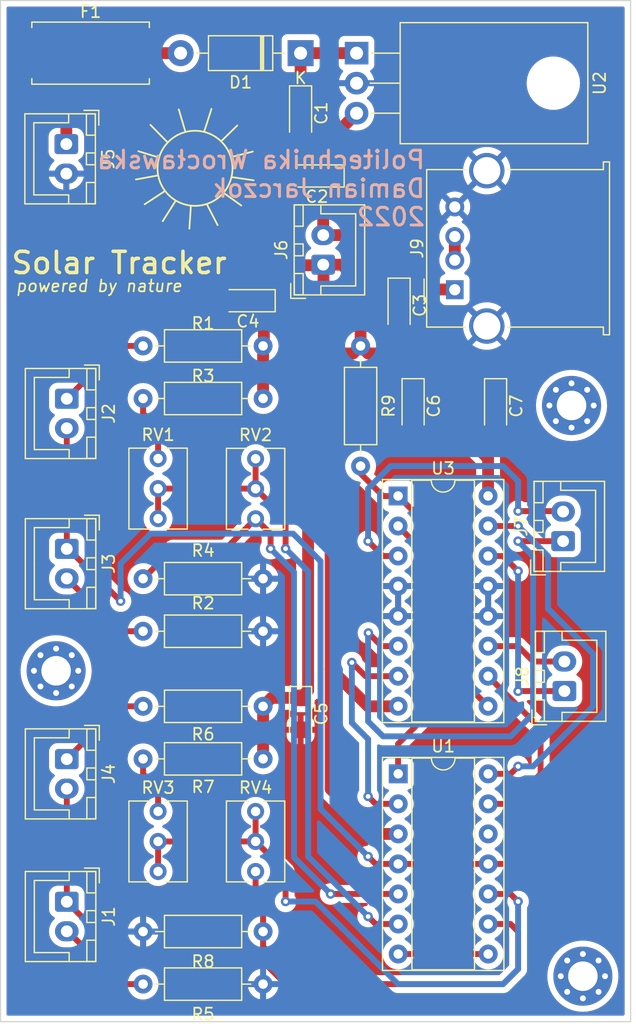
<source format=kicad_pcb>
(kicad_pcb (version 20211014) (generator pcbnew)
  (layers (0 "F.Cu" signal) (31 "B.Cu" signal) (34 "B.Paste" user) (35 "F.Paste" user) (36 "B.SilkS" user "B.Silkscreen") (37 "F.SilkS" user "F.Silkscreen") (38 "B.Mask" user) (39 "F.Mask" user) (44 "Edge.Cuts" user))
  (net 0 "")
  (net 1 "Net-(C1-Pad1)")
  (net 2 "GND")
  (net 3 "VCC")
  (net 4 "Net-(D1-Pad2)")
  (net 5 "Net-(F1-Pad1)")
  (net 6 "Net-(J1-Pad1)")
  (net 7 "Net-(J1-Pad2)")
  (net 8 "Net-(J2-Pad1)")
  (net 9 "Net-(J2-Pad2)")
  (net 10 "Net-(J3-Pad2)")
  (net 11 "Net-(J4-Pad1)")
  (net 12 "Net-(J7-Pad1)")
  (net 13 "Net-(J7-Pad2)")
  (net 14 "Net-(J8-Pad1)")
  (net 15 "Net-(J8-Pad2)")
  (net 16 "Net-(J9-Pad2)")
  (net 17 "Net-(R3-Pad2)")
  (net 18 "Net-(R4-Pad1)")
  (net 19 "Net-(R7-Pad2)")
  (net 20 "Net-(R8-Pad1)")
  (net 21 "Net-(R9-Pad2)")
  (net 22 "Net-(RV3-Pad2)")
  (net 23 "Net-(U1-Pad1)")
  (net 24 "Net-(U1-Pad2)")
  (net 25 "Net-(U1-Pad13)")
  (net 26 "Net-(U1-Pad14)")
  (net 27 "Net-(RV1-Pad2)")
  (net 28 "Net-(U2-Pad3)")
  (footprint "Capacitor_Tantalum_SMD:CP_EIA-3216-18_Kemet-A" (layer "F.Cu") (at 73.66 53.34 -90)
    (fp_text reference "C1" (at 0 -1.75 90) (layer "F.SilkS"))
    (fp_text value "220n")
    (pad "1" smd roundrect (at -1.35 0 270) (size 1.4 1.35) (layers "F.Cu" "F.Paste" "F.Mask") (roundrect_rratio 0.1851851852) (net 1 "Net-(C1-Pad1)"))
    (pad "2" smd roundrect (at 1.35 0 270) (size 1.4 1.35) (layers "F.Cu" "F.Paste" "F.Mask") (roundrect_rratio 0.1851851852) (net 2 "GND"))
  )
  (footprint "Connector_USB:USB_A_Molex_67643_Horizontal" (layer "F.Cu") (at 86.715 68.27 90)
    (fp_text reference "J9" (at 3.5 -3.19 90) (layer "F.SilkS"))
    (fp_text value "USB_A")
    (pad "1" thru_hole rect (at 0 0 90) (size 1.6 1.5) (drill 0.95) (layers *.Cu *.Mask) (net 28 "Net-(U2-Pad3)"))
    (pad "2" thru_hole circle (at 2.5 0 90) (size 1.6 1.6) (drill 0.95) (layers *.Cu *.Mask) (net 16 "Net-(J9-Pad2)"))
    (pad "3" thru_hole circle (at 4.5 0 90) (size 1.6 1.6) (drill 0.95) (layers *.Cu *.Mask) (net 16 "Net-(J9-Pad2)"))
    (pad "4" thru_hole circle (at 7 0 90) (size 1.6 1.6) (drill 0.95) (layers *.Cu *.Mask) (net 2 "GND"))
    (pad "5" thru_hole circle (at -3.07 2.71 90) (size 3 3) (drill 2.3) (layers *.Cu *.Mask) (net 2 "GND"))
    (pad "5" thru_hole circle (at 10.07 2.71 90) (size 3 3) (drill 2.3) (layers *.Cu *.Mask) (net 2 "GND"))
  )
  (footprint "Connector_JST:JST_XH_B2B-XH-A_1x02_P2.50mm_Vertical" (layer "F.Cu") (at 53.865 77.49 -90)
    (fp_text reference "J2" (at 1.25 -3.55 90) (layer "F.SilkS"))
    (fp_text value "LDR1")
    (pad "1" thru_hole roundrect (at 0 0 270) (size 1.7 2) (drill 1) (layers *.Cu *.Mask) (roundrect_rratio 0.1470588235) (net 8 "Net-(J2-Pad1)"))
    (pad "2" thru_hole oval (at 2.5 0 270) (size 1.7 2) (drill 1) (layers *.Cu *.Mask) (net 9 "Net-(J2-Pad2)"))
  )
  (footprint "Resistor_THT:R_Axial_DIN0207_L6.3mm_D2.5mm_P10.16mm_Horizontal" (layer "F.Cu") (at 60.325 92.71)
    (fp_text reference "R4" (at 5.08 -2.37) (layer "F.SilkS"))
    (fp_text value "33k")
    (pad "1" thru_hole circle (at 0 0) (size 1.6 1.6) (drill 0.8) (layers *.Cu *.Mask) (net 18 "Net-(R4-Pad1)"))
    (pad "2" thru_hole oval (at 10.16 0) (size 1.6 1.6) (drill 0.8) (layers *.Cu *.Mask) (net 2 "GND"))
  )
  (footprint "Connector_JST:JST_XH_B2B-XH-A_1x02_P2.50mm_Vertical" (layer "F.Cu") (at 53.825 55.95 -90)
    (fp_text reference "J5" (at 1.25 -3.55 90) (layer "F.SilkS"))
    (fp_text value "PWR 9V - 30V Solar Cell")
    (pad "1" thru_hole roundrect (at 0 0 270) (size 1.7 2) (drill 1) (layers *.Cu *.Mask) (roundrect_rratio 0.1470588235) (net 5 "Net-(F1-Pad1)"))
    (pad "2" thru_hole oval (at 2.5 0 270) (size 1.7 2) (drill 1) (layers *.Cu *.Mask) (net 2 "GND"))
  )
  (footprint "Potentiometer_THT:Potentiometer_Vishay_T73XW_Horizontal" (layer "F.Cu") (at 69.85 82.565)
    (fp_text reference "RV2" (at 0 -2.01) (layer "F.SilkS"))
    (fp_text value "10k")
    (pad "1" thru_hole circle (at 0 0) (size 1.44 1.44) (drill 0.8) (layers *.Cu *.Mask) (net 27 "Net-(RV1-Pad2)"))
    (pad "2" thru_hole circle (at 0 2.54) (size 1.44 1.44) (drill 0.8) (layers *.Cu *.Mask) (net 27 "Net-(RV1-Pad2)"))
    (pad "3" thru_hole circle (at 0 5.08) (size 1.44 1.44) (drill 0.8) (layers *.Cu *.Mask) (net 18 "Net-(R4-Pad1)"))
  )
  (footprint "Connector_JST:JST_XH_B2B-XH-A_1x02_P2.50mm_Vertical" (layer "F.Cu") (at 53.865 107.97 -90)
    (fp_text reference "J4" (at 1.25 -3.55 90) (layer "F.SilkS"))
    (fp_text value "LDR3")
    (pad "1" thru_hole roundrect (at 0 0 270) (size 1.7 2) (drill 1) (layers *.Cu *.Mask) (roundrect_rratio 0.1470588235) (net 11 "Net-(J4-Pad1)"))
    (pad "2" thru_hole oval (at 2.5 0 270) (size 1.7 2) (drill 1) (layers *.Cu *.Mask) (net 6 "Net-(J1-Pad1)"))
  )
  (footprint "MountingHole:MountingHole_2.5mm_Pad_Via" (layer "F.Cu") (at 52.96 100.5)
    (fp_text reference "REF**" hide)
    (fp_text value "MountingHole_2.5mm_Pad_Via" hide)
    (pad "1" thru_hole circle (at -1.325825 1.325825) (size 0.8 0.8) (drill 0.5) (layers *.Cu *.Mask))
    (pad "1" thru_hole circle (at 0 1.875) (size 0.8 0.8) (drill 0.5) (layers *.Cu *.Mask))
    (pad "1" thru_hole circle (at -1.325825 -1.325825) (size 0.8 0.8) (drill 0.5) (layers *.Cu *.Mask))
    (pad "1" thru_hole circle (at -1.875 0) (size 0.8 0.8) (drill 0.5) (layers *.Cu *.Mask))
    (pad "1" thru_hole circle (at 1.325825 -1.325825) (size 0.8 0.8) (drill 0.5) (layers *.Cu *.Mask))
    (pad "1" thru_hole circle (at 1.875 0) (size 0.8 0.8) (drill 0.5) (layers *.Cu *.Mask))
    (pad "1" thru_hole circle (at 0 0) (size 5 5) (drill 2.5) (layers *.Cu *.Mask))
    (pad "1" thru_hole circle (at 0 -1.875) (size 0.8 0.8) (drill 0.5) (layers *.Cu *.Mask))
    (pad "1" thru_hole circle (at 1.325825 1.325825) (size 0.8 0.8) (drill 0.5) (layers *.Cu *.Mask))
  )
  (footprint "Capacitor_Tantalum_SMD:CP_EIA-3216-18_Kemet-A" (layer "F.Cu") (at 73.66 104.14 -90)
    (fp_text reference "C5" (at 0 -1.75 90) (layer "F.SilkS"))
    (fp_text value "100n")
    (pad "1" smd roundrect (at -1.35 0 270) (size 1.4 1.35) (layers "F.Cu" "F.Paste" "F.Mask") (roundrect_rratio 0.1851851852) (net 3 "VCC"))
    (pad "2" smd roundrect (at 1.35 0 270) (size 1.4 1.35) (layers "F.Cu" "F.Paste" "F.Mask") (roundrect_rratio 0.1851851852) (net 2 "GND"))
  )
  (footprint "Resistor_THT:R_Axial_DIN0207_L6.3mm_D2.5mm_P10.16mm_Horizontal" (layer "F.Cu") (at 78.74 73.025 -90)
    (fp_text reference "R9" (at 5.08 -2.37 90) (layer "F.SilkS"))
    (fp_text value "10k")
    (pad "1" thru_hole circle (at 0 0 270) (size 1.6 1.6) (drill 0.8) (layers *.Cu *.Mask) (net 3 "VCC"))
    (pad "2" thru_hole oval (at 10.16 0 270) (size 1.6 1.6) (drill 0.8) (layers *.Cu *.Mask) (net 21 "Net-(R9-Pad2)"))
  )
  (footprint "Resistor_THT:R_Axial_DIN0207_L6.3mm_D2.5mm_P10.16mm_Horizontal" (layer "F.Cu") (at 70.485 73.025 180)
    (fp_text reference "R1" (at 5.08 1.905) (layer "F.SilkS"))
    (fp_text value "20k")
    (pad "1" thru_hole circle (at 0 0 180) (size 1.6 1.6) (drill 0.8) (layers *.Cu *.Mask) (net 3 "VCC"))
    (pad "2" thru_hole oval (at 10.16 0 180) (size 1.6 1.6) (drill 0.8) (layers *.Cu *.Mask) (net 8 "Net-(J2-Pad1)"))
  )
  (footprint "Capacitor_Tantalum_SMD:CP_EIA-3216-18_Kemet-A" (layer "F.Cu") (at 83.185 78.105 -90)
    (fp_text reference "C6" (at 0 -1.75 90) (layer "F.SilkS"))
    (fp_text value "100n")
    (pad "1" smd roundrect (at -1.35 0 270) (size 1.4 1.35) (layers "F.Cu" "F.Paste" "F.Mask") (roundrect_rratio 0.1851851852) (net 3 "VCC"))
    (pad "2" smd roundrect (at 1.35 0 270) (size 1.4 1.35) (layers "F.Cu" "F.Paste" "F.Mask") (roundrect_rratio 0.1851851852) (net 2 "GND"))
  )
  (footprint "Potentiometer_THT:Potentiometer_Vishay_T73XW_Horizontal" (layer "F.Cu") (at 69.85 112.395)
    (fp_text reference "RV4" (at 0 -2.01) (layer "F.SilkS"))
    (fp_text value "10k")
    (pad "1" thru_hole circle (at 0 0) (size 1.44 1.44) (drill 0.8) (layers *.Cu *.Mask) (net 22 "Net-(RV3-Pad2)"))
    (pad "2" thru_hole circle (at 0 2.54) (size 1.44 1.44) (drill 0.8) (layers *.Cu *.Mask) (net 22 "Net-(RV3-Pad2)"))
    (pad "3" thru_hole circle (at 0 5.08) (size 1.44 1.44) (drill 0.8) (layers *.Cu *.Mask) (net 20 "Net-(R8-Pad1)"))
  )
  (footprint "Potentiometer_THT:Potentiometer_Vishay_T73XW_Horizontal" (layer "F.Cu") (at 61.595 112.395)
    (fp_text reference "RV3" (at 0 -2.01) (layer "F.SilkS"))
    (fp_text value "22k")
    (pad "1" thru_hole circle (at 0 0) (size 1.44 1.44) (drill 0.8) (layers *.Cu *.Mask) (net 19 "Net-(R7-Pad2)"))
    (pad "2" thru_hole circle (at 0 2.54) (size 1.44 1.44) (drill 0.8) (layers *.Cu *.Mask) (net 22 "Net-(RV3-Pad2)"))
    (pad "3" thru_hole circle (at 0 5.08) (size 1.44 1.44) (drill 0.8) (layers *.Cu *.Mask) (net 22 "Net-(RV3-Pad2)"))
  )
  (footprint "Resistor_THT:R_Axial_DIN0207_L6.3mm_D2.5mm_P10.16mm_Horizontal" (layer "F.Cu") (at 60.325 97.155)
    (fp_text reference "R2" (at 5.08 -2.37) (layer "F.SilkS"))
    (fp_text value "20k")
    (pad "1" thru_hole circle (at 0 0) (size 1.6 1.6) (drill 0.8) (layers *.Cu *.Mask) (net 10 "Net-(J3-Pad2)"))
    (pad "2" thru_hole oval (at 10.16 0) (size 1.6 1.6) (drill 0.8) (layers *.Cu *.Mask) (net 2 "GND"))
  )
  (footprint "Connector_JST:JST_XH_B2B-XH-A_1x02_P2.50mm_Vertical" (layer "F.Cu") (at 95.995 102.215 90)
    (fp_text reference "J8" (at 1.25 -3.55 90) (layer "F.SilkS"))
    (fp_text value "Motor2")
    (pad "1" thru_hole roundrect (at 0 0 90) (size 1.7 2) (drill 1) (layers *.Cu *.Mask) (roundrect_rratio 0.1470588235) (net 14 "Net-(J8-Pad1)"))
    (pad "2" thru_hole oval (at 2.5 0 90) (size 1.7 2) (drill 1) (layers *.Cu *.Mask) (net 15 "Net-(J8-Pad2)"))
  )
  (footprint "Capacitor_Tantalum_SMD:CP_EIA-3216-18_Kemet-A" (layer "F.Cu") (at 82 69.6 -90)
    (fp_text reference "C3" (at 0 -1.75 90) (layer "F.SilkS"))
    (fp_text value "100n")
    (pad "1" smd roundrect (at -1.35 0 270) (size 1.4 1.35) (layers "F.Cu" "F.Paste" "F.Mask") (roundrect_rratio 0.1851851852) (net 28 "Net-(U2-Pad3)"))
    (pad "2" smd roundrect (at 1.35 0 270) (size 1.4 1.35) (layers "F.Cu" "F.Paste" "F.Mask") (roundrect_rratio 0.1851851852) (net 2 "GND"))
  )
  (footprint "Potentiometer_THT:Potentiometer_Vishay_T73XW_Horizontal" (layer "F.Cu") (at 61.595 82.55)
    (fp_text reference "RV1" (at 0 -2.01) (layer "F.SilkS"))
    (fp_text value "22k")
    (pad "1" thru_hole circle (at 0 0) (size 1.44 1.44) (drill 0.8) (layers *.Cu *.Mask) (net 17 "Net-(R3-Pad2)"))
    (pad "2" thru_hole circle (at 0 2.54) (size 1.44 1.44) (drill 0.8) (layers *.Cu *.Mask) (net 27 "Net-(RV1-Pad2)"))
    (pad "3" thru_hole circle (at 0 5.08) (size 1.44 1.44) (drill 0.8) (layers *.Cu *.Mask) (net 27 "Net-(RV1-Pad2)"))
  )
  (footprint "Resistor_THT:R_Axial_DIN0207_L6.3mm_D2.5mm_P10.16mm_Horizontal" (layer "F.Cu") (at 60.325 127)
    (fp_text reference "R5" (at 5.08 2.54) (layer "F.SilkS"))
    (fp_text value "20k")
    (pad "1" thru_hole circle (at 0 0) (size 1.6 1.6) (drill 0.8) (layers *.Cu *.Mask) (net 7 "Net-(J1-Pad2)"))
    (pad "2" thru_hole oval (at 10.16 0) (size 1.6 1.6) (drill 0.8) (layers *.Cu *.Mask) (net 2 "GND"))
  )
  (footprint "Package_DIP:DIP-14_W7.62mm_Socket" (layer "F.Cu") (at 81.925 109.215)
    (fp_text reference "U1" (at 3.81 -2.33) (layer "F.SilkS"))
    (fp_text value "LM2901")
    (pad "1" thru_hole rect (at 0 0) (size 1.6 1.6) (drill 0.8) (layers *.Cu *.Mask) (net 23 "Net-(U1-Pad1)"))
    (pad "2" thru_hole oval (at 0 2.54) (size 1.6 1.6) (drill 0.8) (layers *.Cu *.Mask) (net 24 "Net-(U1-Pad2)"))
    (pad "3" thru_hole oval (at 0 5.08) (size 1.6 1.6) (drill 0.8) (layers *.Cu *.Mask))
    (pad "4" thru_hole oval (at 0 7.62) (size 1.6 1.6) (drill 0.8) (layers *.Cu *.Mask) (net 9 "Net-(J2-Pad2)"))
    (pad "5" thru_hole oval (at 0 10.16) (size 1.6 1.6) (drill 0.8) (layers *.Cu *.Mask) (net 18 "Net-(R4-Pad1)"))
    (pad "6" thru_hole oval (at 0 12.7) (size 1.6 1.6) (drill 0.8) (layers *.Cu *.Mask) (net 27 "Net-(RV1-Pad2)"))
    (pad "7" thru_hole oval (at 0 15.24) (size 1.6 1.6) (drill 0.8) (layers *.Cu *.Mask) (net 9 "Net-(J2-Pad2)"))
    (pad "8" thru_hole oval (at 7.62 15.24) (size 1.6 1.6) (drill 0.8) (layers *.Cu *.Mask) (net 6 "Net-(J1-Pad1)"))
    (pad "9" thru_hole oval (at 7.62 12.7) (size 1.6 1.6) (drill 0.8) (layers *.Cu *.Mask) (net 20 "Net-(R8-Pad1)"))
    (pad "10" thru_hole oval (at 7.62 10.16) (size 1.6 1.6) (drill 0.8) (layers *.Cu *.Mask) (net 22 "Net-(RV3-Pad2)"))
    (pad "11" thru_hole oval (at 7.62 7.62) (size 1.6 1.6) (drill 0.8) (layers *.Cu *.Mask) (net 6 "Net-(J1-Pad1)"))
    (pad "12" thru_hole oval (at 7.62 5.08) (size 1.6 1.6) (drill 0.8) (layers *.Cu *.Mask))
    (pad "13" thru_hole oval (at 7.62 2.54) (size 1.6 1.6) (drill 0.8) (layers *.Cu *.Mask) (net 25 "Net-(U1-Pad13)"))
    (pad "14" thru_hole oval (at 7.62 0) (size 1.6 1.6) (drill 0.8) (layers *.Cu *.Mask) (net 26 "Net-(U1-Pad14)"))
  )
  (footprint "Connector_JST:JST_XH_B2B-XH-A_1x02_P2.50mm_Vertical" (layer "F.Cu") (at 95.885 89.535 90)
    (fp_text reference "J7" (at 1.25 -3.55 90) (layer "F.SilkS"))
    (fp_text value "Motor1")
    (pad "1" thru_hole roundrect (at 0 0 90) (size 1.7 2) (drill 1) (layers *.Cu *.Mask) (roundrect_rratio 0.1470588235) (net 12 "Net-(J7-Pad1)"))
    (pad "2" thru_hole oval (at 2.5 0 90) (size 1.7 2) (drill 1) (layers *.Cu *.Mask) (net 13 "Net-(J7-Pad2)"))
  )
  (footprint "Resistor_THT:R_Axial_DIN0207_L6.3mm_D2.5mm_P10.16mm_Horizontal" (layer "F.Cu") (at 70.485 122.555 180)
    (fp_text reference "R8" (at 5.08 -2.54) (layer "F.SilkS"))
    (fp_text value "33k")
    (pad "1" thru_hole circle (at 0 0 180) (size 1.6 1.6) (drill 0.8) (layers *.Cu *.Mask) (net 20 "Net-(R8-Pad1)"))
    (pad "2" thru_hole oval (at 10.16 0 180) (size 1.6 1.6) (drill 0.8) (layers *.Cu *.Mask) (net 2 "GND"))
  )
  (footprint "Package_TO_SOT_THT:TO-220-3_Horizontal_TabDown" (layer "F.Cu") (at 78.4 48.26 -90)
    (fp_text reference "U2" (at 2.54 -20.58 90) (layer "F.SilkS"))
    (fp_text value "LM7805_TO220")
    (pad "" np_thru_hole oval (at 2.54 -16.66 270) (size 3.5 3.5) (drill 3.5) (layers *.Cu *.Mask))
    (pad "1" thru_hole rect (at 0 0 270) (size 1.905 2) (drill 1.1) (layers *.Cu *.Mask) (net 1 "Net-(C1-Pad1)"))
    (pad "2" thru_hole oval (at 2.54 0 270) (size 1.905 2) (drill 1.1) (layers *.Cu *.Mask) (net 2 "GND"))
    (pad "3" thru_hole oval (at 5.08 0 270) (size 1.905 2) (drill 1.1) (layers *.Cu *.Mask) (net 28 "Net-(U2-Pad3)"))
  )
  (footprint "Fuse:Fuseholder_Littelfuse_Nano2_154x" (layer "F.Cu") (at 55.88 48.26)
    (fp_text reference "F1" (at 0 -3.5 unlocked) (layer "F.SilkS"))
    (fp_text value "2A")
    (pad "1" smd rect (at -3.185 0) (size 4.24 3.81) (layers "F.Cu" "F.Paste" "F.Mask") (net 5 "Net-(F1-Pad1)"))
    (pad "2" smd rect (at 3.185 0) (size 4.24 3.81) (layers "F.Cu" "F.Paste" "F.Mask") (net 4 "Net-(D1-Pad2)"))
  )
  (footprint "Connector_JST:JST_XH_B2B-XH-A_1x02_P2.50mm_Vertical" (layer "F.Cu") (at 53.865 120.035 -90)
    (fp_text reference "J1" (at 1.25 -3.55 90) (layer "F.SilkS"))
    (fp_text value "LDR4")
    (pad "1" thru_hole roundrect (at 0 0 270) (size 1.7 2) (drill 1) (layers *.Cu *.Mask) (roundrect_rratio 0.1470588235) (net 6 "Net-(J1-Pad1)"))
    (pad "2" thru_hole oval (at 2.5 0 270) (size 1.7 2) (drill 1) (layers *.Cu *.Mask) (net 7 "Net-(J1-Pad2)"))
  )
  (footprint "Capacitor_Tantalum_SMD:CP_EIA-3216-18_Kemet-A" (layer "F.Cu") (at 90.17 78.105 -90)
    (fp_text reference "C7" (at 0 -1.75 90) (layer "F.SilkS"))
    (fp_text value "100n")
    (pad "1" smd roundrect (at -1.35 0 270) (size 1.4 1.35) (layers "F.Cu" "F.Paste" "F.Mask") (roundrect_rratio 0.1851851852) (net 3 "VCC"))
    (pad "2" smd roundrect (at 1.35 0 270) (size 1.4 1.35) (layers "F.Cu" "F.Paste" "F.Mask") (roundrect_rratio 0.1851851852) (net 2 "GND"))
  )
  (footprint "Capacitor_Tantalum_SMD:CP_EIA-3216-18_Kemet-A" (layer "F.Cu") (at 75.0375 58.65 180)
    (fp_text reference "C2" (at 0 -1.75) (layer "F.SilkS"))
    (fp_text value "100n")
    (pad "1" smd roundrect (at -1.35 0 180) (size 1.4 1.35) (layers "F.Cu" "F.Paste" "F.Mask") (roundrect_rratio 0.1851851852) (net 28 "Net-(U2-Pad3)"))
    (pad "2" smd roundrect (at 1.35 0 180) (size 1.4 1.35) (layers "F.Cu" "F.Paste" "F.Mask") (roundrect_rratio 0.1851851852) (net 2 "GND"))
  )
  (footprint "Capacitor_Tantalum_SMD:CP_EIA-3216-18_Kemet-A" (layer "F.Cu") (at 69.2 69.2 180)
    (fp_text reference "C4" (at 0 -1.75) (layer "F.SilkS"))
    (fp_text value "100n")
    (pad "1" smd roundrect (at -1.35 0 180) (size 1.4 1.35) (layers "F.Cu" "F.Paste" "F.Mask") (roundrect_rratio 0.1851851852) (net 3 "VCC"))
    (pad "2" smd roundrect (at 1.35 0 180) (size 1.4 1.35) (layers "F.Cu" "F.Paste" "F.Mask") (roundrect_rratio 0.1851851852) (net 2 "GND"))
  )
  (footprint "Connector_JST:JST_XH_B2B-XH-A_1x02_P2.50mm_Vertical" (layer "F.Cu") (at 53.865 90.19 -90)
    (fp_text reference "J3" (at 1.25 -3.55 90) (layer "F.SilkS"))
    (fp_text value "LDR2")
    (pad "1" thru_hole roundrect (at 0 0 270) (size 1.7 2) (drill 1) (layers *.Cu *.Mask) (roundrect_rratio 0.1470588235) (net 9 "Net-(J2-Pad2)"))
    (pad "2" thru_hole oval (at 2.5 0 270) (size 1.7 2) (drill 1) (layers *.Cu *.Mask) (net 10 "Net-(J3-Pad2)"))
  )
  (footprint "MountingHole:MountingHole_2.5mm_Pad_Via" (layer "F.Cu") (at 96.6 78.06)
    (fp_text reference "REF**" hide)
    (fp_text value "MountingHole_2.5mm_Pad_Via" hide)
    (pad "1" thru_hole circle (at -1.325825 1.325825) (size 0.8 0.8) (drill 0.5) (layers *.Cu *.Mask))
    (pad "1" thru_hole circle (at 1.325825 -1.325825) (size 0.8 0.8) (drill 0.5) (layers *.Cu *.Mask))
    (pad "1" thru_hole circle (at -1.325825 -1.325825) (size 0.8 0.8) (drill 0.5) (layers *.Cu *.Mask))
    (pad "1" thru_hole circle (at 0 1.875) (size 0.8 0.8) (drill 0.5) (layers *.Cu *.Mask))
    (pad "1" thru_hole circle (at -1.875 0) (size 0.8 0.8) (drill 0.5) (layers *.Cu *.Mask))
    (pad "1" thru_hole circle (at 0 -1.875) (size 0.8 0.8) (drill 0.5) (layers *.Cu *.Mask))
    (pad "1" thru_hole circle (at 1.325825 1.325825) (size 0.8 0.8) (drill 0.5) (layers *.Cu *.Mask))
    (pad "1" thru_hole circle (at 1.875 0) (size 0.8 0.8) (drill 0.5) (layers *.Cu *.Mask))
    (pad "2" thru_hole circle (at 0 0) (size 5 5) (drill 2.5) (layers *.Cu *.Mask))
  )
  (footprint "MountingHole:MountingHole_2.5mm_Pad_Via" (layer "F.Cu") (at 97.56 126.33)
    (fp_text reference "REF**" hide)
    (fp_text value "MountingHole_2.5mm_Pad_Via" hide)
    (pad "1" thru_hole circle (at 1.325825 1.325825) (size 0.8 0.8) (drill 0.5) (layers *.Cu *.Mask))
    (pad "1" thru_hole circle (at 1.875 0) (size 0.8 0.8) (drill 0.5) (layers *.Cu *.Mask))
    (pad "1" thru_hole circle (at -1.325825 1.325825) (size 0.8 0.8) (drill 0.5) (layers *.Cu *.Mask))
    (pad "1" thru_hole circle (at -1.325825 -1.325825) (size 0.8 0.8) (drill 0.5) (layers *.Cu *.Mask))
    (pad "1" thru_hole circle (at 0 1.875) (size 0.8 0.8) (drill 0.5) (layers *.Cu *.Mask))
    (pad "1" thru_hole circle (at 1.325825 -1.325825) (size 0.8 0.8) (drill 0.5) (layers *.Cu *.Mask))
    (pad "1" thru_hole circle (at -1.875 0) (size 0.8 0.8) (drill 0.5) (layers *.Cu *.Mask))
    (pad "1" thru_hole circle (at 0 -1.875) (size 0.8 0.8) (drill 0.5) (layers *.Cu *.Mask))
    (pad "3" thru_hole circle (at 0 0) (size 5 5) (drill 2.5) (layers *.Cu *.Mask))
  )
  (footprint "Connector_JST:JST_XH_B2B-XH-A_1x02_P2.50mm_Vertical" (layer "F.Cu") (at 75.575 66.15 90)
    (fp_text reference "J6" (at 1.25 -3.55 90) (layer "F.SilkS"))
    (fp_text value "ON/OFF obrot")
    (pad "1" thru_hole roundrect (at 0 0 90) (size 1.7 2) (drill 1) (layers *.Cu *.Mask) (roundrect_rratio 0.1470588235) (net 3 "VCC"))
    (pad "2" thru_hole oval (at 2.5 0 90) (size 1.7 2) (drill 1) (layers *.Cu *.Mask) (net 28 "Net-(U2-Pad3)"))
  )
  (footprint "Resistor_THT:R_Axial_DIN0207_L6.3mm_D2.5mm_P10.16mm_Horizontal" (layer "F.Cu") (at 70.485 103.505 180)
    (fp_text reference "R6" (at 5.08 -2.37) (layer "F.SilkS"))
    (fp_text value "20k")
    (pad "1" thru_hole circle (at 0 0 180) (size 1.6 1.6) (drill 0.8) (layers *.Cu *.Mask) (net 3 "VCC"))
    (pad "2" thru_hole oval (at 10.16 0 180) (size 1.6 1.6) (drill 0.8) (layers *.Cu *.Mask) (net 11 "Net-(J4-Pad1)"))
  )
  (footprint "Resistor_THT:R_Axial_DIN0207_L6.3mm_D2.5mm_P10.16mm_Horizontal" (layer "F.Cu") (at 70.485 77.47 180)
    (fp_text reference "R3" (at 5.08 1.905) (layer "F.SilkS"))
    (fp_text value "10k")
    (pad "1" thru_hole circle (at 0 0 180) (size 1.6 1.6) (drill 0.8) (layers *.Cu *.Mask) (net 3 "VCC"))
    (pad "2" thru_hole oval (at 10.16 0 180) (size 1.6 1.6) (drill 0.8) (layers *.Cu *.Mask) (net 17 "Net-(R3-Pad2)"))
  )
  (footprint "Resistor_THT:R_Axial_DIN0207_L6.3mm_D2.5mm_P10.16mm_Horizontal" (layer "F.Cu") (at 70.485 107.95 180)
    (fp_text reference "R7" (at 5.08 -2.37) (layer "F.SilkS"))
    (fp_text value "10k")
    (pad "1" thru_hole circle (at 0 0 180) (size 1.6 1.6) (drill 0.8) (layers *.Cu *.Mask) (net 3 "VCC"))
    (pad "2" thru_hole oval (at 10.16 0 180) (size 1.6 1.6) (drill 0.8) (layers *.Cu *.Mask) (net 19 "Net-(R7-Pad2)"))
  )
  (footprint "Diode_THT:D_DO-41_SOD81_P10.16mm_Horizontal" (layer "F.Cu") (at 73.66 48.26 180)
    (fp_text reference "D1" (at 5.08 -2.47) (layer "F.SilkS"))
    (fp_text value "1N4007")
    (fp_text user "K" (at 0 -2.1) (layer "F.SilkS"))
    (pad "1" thru_hole rect (at 0 0 180) (size 2.2 2.2) (drill 1.1) (layers *.Cu *.Mask) (net 1 "Net-(C1-Pad1)"))
    (pad "2" thru_hole oval (at 10.16 0 180) (size 2.2 2.2) (drill 1.1) (layers *.Cu *.Mask) (net 4 "Net-(D1-Pad2)"))
  )
  (footprint "Package_DIP:DIP-16_W7.62mm_Socket" (layer "F.Cu") (at 81.915 85.715)
    (fp_text reference "U3" (at 3.81 -2.33) (layer "F.SilkS"))
    (fp_text value "L293D")
    (pad "1" thru_hole rect (at 0 0) (size 1.6 1.6) (drill 0.8) (layers *.Cu *.Mask) (net 21 "Net-(R9-Pad2)"))
    (pad "2" thru_hole oval (at 0 2.54) (size 1.6 1.6) (drill 0.8) (layers *.Cu *.Mask) (net 23 "Net-(U1-Pad1)"))
    (pad "3" thru_hole oval (at 0 5.08) (size 1.6 1.6) (drill 0.8) (layers *.Cu *.Mask) (net 13 "Net-(J7-Pad2)"))
    (pad "4" thru_hole oval (at 0 7.62) (size 1.6 1.6) (drill 0.8) (layers *.Cu *.Mask) (net 2 "GND"))
    (pad "5" thru_hole oval (at 0 10.16) (size 1.6 1.6) (drill 0.8) (layers *.Cu *.Mask) (net 2 "GND"))
    (pad "6" thru_hole oval (at 0 12.7) (size 1.6 1.6) (drill 0.8) (layers *.Cu *.Mask) (net 12 "Net-(J7-Pad1)"))
    (pad "7" thru_hole oval (at 0 15.24) (size 1.6 1.6) (drill 0.8) (layers *.Cu *.Mask) (net 24 "Net-(U1-Pad2)"))
    (pad "8" thru_hole oval (at 0 17.78) (size 1.6 1.6) (drill 0.8) (layers *.Cu *.Mask) (net 3 "VCC"))
    (pad "9" thru_hole oval (at 7.62 17.78) (size 1.6 1.6) (drill 0.8) (layers *.Cu *.Mask) (net 21 "Net-(R9-Pad2)"))
    (pad "10" thru_hole oval (at 7.62 15.24) (size 1.6 1.6) (drill 0.8) (layers *.Cu *.Mask) (net 25 "Net-(U1-Pad13)"))
    (pad "11" thru_hole oval (at 7.62 12.7) (size 1.6 1.6) (drill 0.8) (layers *.Cu *.Mask) (net 15 "Net-(J8-Pad2)"))
    (pad "12" thru_hole oval (at 7.62 10.16) (size 1.6 1.6) (drill 0.8) (layers *.Cu *.Mask) (net 2 "GND"))
    (pad "13" thru_hole oval (at 7.62 7.62) (size 1.6 1.6) (drill 0.8) (layers *.Cu *.Mask) (net 2 "GND"))
    (pad "14" thru_hole oval (at 7.62 5.08) (size 1.6 1.6) (drill 0.8) (layers *.Cu *.Mask) (net 14 "Net-(J8-Pad1)"))
    (pad "15" thru_hole oval (at 7.62 2.54) (size 1.6 1.6) (drill 0.8) (layers *.Cu *.Mask) (net 26 "Net-(U1-Pad14)"))
    (pad "16" thru_hole oval (at 7.62 0) (size 1.6 1.6) (drill 0.8) (layers *.Cu *.Mask) (net 3 "VCC"))
  )
  (gr_circle (center 64.72 58) (end 67.26 59.905) (layer "F.SilkS") (width 0.15) (fill none))
  (gr_line (start 63.8825 54.8275) (end 63.345 53.015) (layer "F.SilkS") (width 0.15))
  (gr_line (start 64.36625 61.24875) (end 64.24375 63.105) (layer "F.SilkS") (width 0.15))
  (gr_line (start 63.06 60.78) (end 61.985 62.475) (layer "F.SilkS") (width 0.15))
  (gr_line (start 65.73 61.05) (end 66.635 62.805) (layer "F.SilkS") (width 0.15))
  (gr_line (start 61.5825 58.6025) (end 59.715 58.945) (layer "F.SilkS") (width 0.15))
  (gr_line (start 62.37 55.7775) (end 60.945 54.325) (layer "F.SilkS") (width 0.15))
  (gr_line (start 65.5075 54.8675) (end 66.115 52.975) (layer "F.SilkS") (width 0.15))
  (gr_line (start 62.14 59.94375) (end 60.455 61.045) (layer "F.SilkS") (width 0.15))
  (gr_line (start 61.6775 57.095) (end 59.925 56.555) (layer "F.SilkS") (width 0.15))
  (gr_line (start 67.83375 57.04125) (end 69.615 56.585) (layer "F.SilkS") (width 0.15))
  (gr_line (start 67.19 60.11) (end 68.635 61.145) (layer "F.SilkS") (width 0.15))
  (gr_line (start 66.95 55.7) (end 68.295 54.385) (layer "F.SilkS") (width 0.15))
  (gr_line (start 67.86 58.75) (end 69.685 59.015) (layer "F.SilkS") (width 0.15))
  (gr_line (start 48.26 130.175) (end 101.6 130.175) (layer "Edge.Cuts") (width 0.1))
  (gr_line (start 101.6 130.175) (end 101.6 43.815) (layer "Edge.Cuts") (width 0.1))
  (gr_line (start 48.26 43.815) (end 48.26 130.175) (layer "Edge.Cuts") (width 0.1))
  (gr_line (start 101.6 43.815) (end 48.26 43.815) (layer "Edge.Cuts") (width 0.1))
  (gr_text "Politechnika Wrocławska\nDamian Jarczok\n2022" (at 84.325 59.7) (layer "B.SilkS") (effects (font (size 1.5 1.5) (thickness 0.25)) (justify left mirror)))
  (gr_text "Solar Tracker" (at 58.3 66) (layer "F.SilkS") (effects (font (size 1.8 1.8) (thickness 0.3))))
  (gr_text "powered by nature" (at 56.6 67.95) (layer "F.SilkS") (effects (font (size 1 1) (thickness 0.15) italic)))
  (segment (start 89.545 114.295) (end 89.625 114.375) (width 0.2) (layer "F.Cu") (net 0))
  (via (at 92.075 86.995) (size 0.8) (drill 0.4) (layers "F.Cu" "B.Cu") (net 0))
  (via (at 92.075 88.265) (size 0.8) (drill 0.4) (layers "F.Cu" "B.Cu") (net 0))
  (via (at 92.075 89.535) (size 0.8) (drill 0.4) (layers "F.Cu" "B.Cu") (net 0))
  (via (at 92.075 102.235) (size 0.8) (drill 0.4) (layers "F.Cu" "B.Cu") (net 0))
  (segment (start 73.66 48.26) (end 78.4 48.26) (width 1) (layer "F.Cu") (net 1))
  (segment (start 73.66 48.26) (end 73.66 51.99) (width 1) (layer "F.Cu") (net 1))
  (segment (start 90.17 79.455) (end 90.725 79.455) (width 0.5) (layer "F.Cu") (net 2))
  (segment (start 89.425 58.2) (end 89.425 58.56) (width 0.5) (layer "F.Cu") (net 2))
  (segment (start 78.74 73.025) (end 78.105 73.66) (width 1) (layer "F.Cu") (net 3))
  (segment (start 79.375 103.505) (end 81.905 103.505) (width 1) (layer "F.Cu") (net 3))
  (segment (start 87.63 73.66) (end 84.455 73.66) (width 1) (layer "F.Cu") (net 3))
  (segment (start 75.575 66.15) (end 77.15 66.15) (width 1) (layer "F.Cu") (net 3))
  (segment (start 70.485 73.025) (end 70.485 77.47) (width 1) (layer "F.Cu") (net 3))
  (segment (start 74.295 73.305) (end 75.6 72) (width 1) (layer "F.Cu") (net 3))
  (segment (start 70.55 72.96) (end 70.485 73.025) (width 1) (layer "F.Cu") (net 3))
  (segment (start 75.6 72) (end 75.6 66.175) (width 1) (layer "F.Cu") (net 3))
  (segment (start 89.535 82.55) (end 89.535 85.715) (width 1) (layer "F.Cu") (net 3))
  (segment (start 78.105 73.66) (end 76.835 73.66) (width 1) (layer "F.Cu") (net 3))
  (segment (start 87.63 73.66) (end 90.17 76.2) (width 1) (layer "F.Cu") (net 3))
  (segment (start 76.2 110.49) (end 80.01 114.3) (width 1) (layer "F.Cu") (net 3))
  (segment (start 71.2 102.79) (end 70.485 103.505) (width 1) (layer "F.Cu") (net 3))
  (segment (start 70.485 103.505) (end 70.485 107.95) (width 1) (layer "F.Cu") (net 3))
  (segment (start 78.74 73.025) (end 79.375 73.66) (width 1) (layer "F.Cu") (net 3))
  (segment (start 84.455 73.66) (end 86.36 75.565) (width 1) (layer "F.Cu") (net 3))
  (segment (start 79.375 73.66) (end 81.28 73.66) (width 1) (layer "F.Cu") (net 3))
  (segment (start 76.2 100.33) (end 76.2 110.49) (width 1) (layer "F.Cu") (net 3))
  (segment (start 86.36 75.565) (end 86.36 79.375) (width 1) (layer "F.Cu") (net 3))
  (segment (start 77.15 66.15) (end 78.74 67.74) (width 1) (layer "F.Cu") (net 3))
  (segment (start 81.92 114.3) (end 81.925 114.295) (width 1) (layer "F.Cu") (net 3))
  (segment (start 70.55 69.2) (end 70.55 72.96) (width 1) (layer "F.Cu") (net 3))
  (segment (start 90.17 76.2) (end 90.17 76.755) (width 1) (layer "F.Cu") (net 3))
  (segment (start 86.36 79.375) (end 89.535 82.55) (width 1) (layer "F.Cu") (net 3))
  (segment (start 73.55 66.2) (end 70.55 69.2) (width 1) (layer "F.Cu") (net 3))
  (segment (start 81.905 103.505) (end 81.915 103.495) (width 1) (layer "F.Cu") (net 3))
  (segment (start 83.185 75.565) (end 81.28 73.66) (width 1) (layer "F.Cu") (net 3))
  (segment (start 78.74 67.74) (end 78.74 73.025) (width 1) (layer "F.Cu") (net 3))
  (segment (start 75.525 66.2) (end 73.55 66.2) (width 1) (layer "F.Cu") (net 3))
  (segment (start 76.2 100.33) (end 79.375 103.505) (width 1) (layer "F.Cu") (net 3))
  (segment (start 76.835 73.66) (end 76.2 74.295) (width 1) (layer "F.Cu") (net 3))
  (segment (start 74.295 102.155) (end 74.295 73.305) (width 1) (layer "F.Cu") (net 3))
  (segment (start 81.28 73.66) (end 81.915 73.66) (width 1) (layer "F.Cu") (net 3))
  (segment (start 75.6 66.175) (end 75.575 66.15) (width 1) (layer "F.Cu") (net 3))
  (segment (start 83.185 76.755) (end 83.185 75.565) (width 1) (layer "F.Cu") (net 3))
  (segment (start 75.575 66.15) (end 75.525 66.2) (width 1) (layer "F.Cu") (net 3))
  (segment (start 73.66 102.79) (end 74.295 102.155) (width 1) (layer "F.Cu") (net 3))
  (segment (start 73.66 102.79) (end 71.2 102.79) (width 1) (layer "F.Cu") (net 3))
  (segment (start 76.2 74.295) (end 76.2 100.33) (width 1) (layer "F.Cu") (net 3))
  (segment (start 81.915 73.66) (end 84.455 73.66) (width 1) (layer "F.Cu") (net 3))
  (segment (start 80.01 114.3) (end 81.92 114.3) (width 1) (layer "F.Cu") (net 3))
  (segment (start 59.065 48.26) (end 63.5 48.26) (width 1) (layer "F.Cu") (net 4))
  (segment (start 52.695 51.095) (end 53.825 52.225) (width 1) (layer "F.Cu") (net 5))
  (segment (start 53.825 52.225) (end 53.825 55.95) (width 1) (layer "F.Cu") (net 5))
  (segment (start 52.695 48.26) (end 52.695 51.095) (width 1) (layer "F.Cu") (net 5))
  (segment (start 70.485 125.095) (end 73.66 128.27) (width 0.5) (layer "F.Cu") (net 6))
  (segment (start 53.865 110.47) (end 53.865 120.035) (width 0.5) (layer "F.Cu") (net 6))
  (segment (start 91.44 128.27) (end 93.345 126.365) (width 0.5) (layer "F.Cu") (net 6))
  (segment (start 88.27 116.835) (end 87.63 117.475) (width 0.5) (layer "F.Cu") (net 6))
  (segment (start 87.63 123.825) (end 88.265 124.46) (width 0.5) (layer "F.Cu") (net 6))
  (segment (start 73.66 128.27) (end 91.44 128.27) (width 0.5) (layer "F.Cu") (net 6))
  (segment (start 93.345 126.365) (end 93.345 118.11) (width 0.5) (layer "F.Cu") (net 6))
  (segment (start 87.63 117.475) (end 87.63 123.825) (width 0.5) (layer "F.Cu") (net 6))
  (segment (start 88.265 124.46) (end 89.54 124.46) (width 0.5) (layer "F.Cu") (net 6))
  (segment (start 58.925 125.095) (end 70.485 125.095) (width 0.5) (layer "F.Cu") (net 6))
  (segment (start 89.545 116.835) (end 88.27 116.835) (width 0.5) (layer "F.Cu") (net 6))
  (segment (start 53.865 120.035) (end 58.925 125.095) (width 0.5) (layer "F.Cu") (net 6))
  (segment (start 92.07 116.835) (end 89.545 116.835) (width 0.5) (layer "F.Cu") (net 6))
  (segment (start 89.54 124.46) (end 89.545 124.455) (width 0.5) (layer "F.Cu") (net 6))
  (segment (start 93.345 118.11) (end 92.07 116.835) (width 0.5) (layer "F.Cu") (net 6))
  (segment (start 53.955 122.535) (end 58.42 127) (width 0.5) (layer "F.Cu") (net 7))
  (segment (start 58.42 127) (end 60.325 127) (width 0.5) (layer "F.Cu") (net 7))
  (segment (start 53.865 122.535) (end 53.955 122.535) (width 0.5) (layer "F.Cu") (net 7))
  (segment (start 60.325 73.025) (end 58.33 73.025) (width 0.5) (layer "F.Cu") (net 8))
  (segment (start 58.33 73.025) (end 53.865 77.49) (width 0.5) (layer "F.Cu") (net 8))
  (segment (start 83.82 117.475) (end 83.18 116.835) (width 0.5) (layer "F.Cu") (net 9))
  (segment (start 83.18 116.835) (end 81.925 116.835) (width 0.5) (layer "F.Cu") (net 9))
  (segment (start 83.19 124.455) (end 83.82 123.825) (width 0.5) (layer "F.Cu") (net 9))
  (segment (start 53.995 90.19) (end 58.42 94.615) (width 0.5) (layer "F.Cu") (net 9))
  (segment (start 83.82 123.825) (end 83.82 117.475) (width 0.5) (layer "F.Cu") (net 9))
  (segment (start 81.925 124.455) (end 83.19 124.455) (width 0.5) (layer "F.Cu") (net 9))
  (segment (start 53.865 90.19) (end 53.995 90.19) (width 0.5) (layer "F.Cu") (net 9))
  (segment (start 81.925 116.835) (end 80.005 116.835) (width 0.5) (layer "F.Cu") (net 9))
  (segment (start 53.865 79.99) (end 53.865 90.19) (width 0.5) (layer "F.Cu") (net 9))
  (segment (start 80.005 116.835) (end 79.375 116.205) (width 0.5) (layer "F.Cu") (net 9))
  (via (at 58.42 94.615) (size 0.8) (drill 0.4) (layers "F.Cu" "B.Cu") (net 9))
  (via (at 79.375 116.205) (size 0.8) (drill 0.4) (layers "F.Cu" "B.Cu") (net 9))
  (segment (start 73.025 88.9) (end 60.96 88.9) (width 0.5) (layer "B.Cu") (net 9))
  (segment (start 75.35 112.18) (end 75.35 91.225) (width 0.5) (layer "B.Cu") (net 9))
  (segment (start 75.35 91.225) (end 73.025 88.9) (width 0.5) (layer "B.Cu") (net 9))
  (segment (start 79.375 116.205) (end 75.35 112.18) (width 0.5) (layer "B.Cu") (net 9))
  (segment (start 60.96 88.9) (end 58.42 91.44) (width 0.5) (layer "B.Cu") (net 9))
  (segment (start 58.42 91.44) (end 58.42 94.615) (width 0.5) (layer "B.Cu") (net 9))
  (segment (start 58.33 97.155) (end 60.325 97.155) (width 0.5) (layer "F.Cu") (net 10))
  (segment (start 53.865 92.69) (end 58.33 97.155) (width 0.5) (layer "F.Cu") (net 10))
  (segment (start 60.325 103.505) (end 58.33 103.505) (width 0.5) (layer "F.Cu") (net 11))
  (segment (start 58.33 103.505) (end 53.865 107.97) (width 0.5) (layer "F.Cu") (net 11))
  (segment (start 81.915 98.415) (end 80.515 98.415) (width 0.5) (layer "F.Cu") (net 12))
  (segment (start 95.885 89.535) (end 92.075 89.535) (width 0.5) (layer "F.Cu") (net 12))
  (segment (start 80.515 98.415) (end 79.4 97.3) (width 0.5) (layer "F.Cu") (net 12))
  (via (at 79.4 97.3) (size 0.8) (drill 0.4) (layers "F.Cu" "B.Cu") (net 12))
  (segment (start 79.375 97.325) (end 79.4 97.3) (width 0.5) (layer "B.Cu") (net 12))
  (segment (start 79.375 104.775) (end 80.645 106.045) (width 0.5) (layer "B.Cu") (net 12))
  (segment (start 93.345 104.14) (end 93.345 90.805) (width 0.5) (layer "B.Cu") (net 12))
  (segment (start 80.645 106.045) (end 91.44 106.045) (width 0.5) (layer "B.Cu") (net 12))
  (segment (start 91.44 106.045) (end 93.345 104.14) (width 0.5) (layer "B.Cu") (net 12))
  (segment (start 79.375 104.775) (end 79.375 97.325) (width 0.5) (layer "B.Cu") (net 12))
  (segment (start 93.345 90.805) (end 92.075 89.535) (width 0.5) (layer "B.Cu") (net 12))
  (segment (start 95.885 87.035) (end 95.885 86.995) (width 0.5) (layer "F.Cu") (net 13))
  (segment (start 80.635 90.795) (end 79.375 89.535) (width 0.5) (layer "F.Cu") (net 13))
  (segment (start 95.885 86.995) (end 92.075 86.995) (width 0.5) (layer "F.Cu") (net 13))
  (segment (start 81.915 90.795) (end 80.635 90.795) (width 0.5) (layer "F.Cu") (net 13))
  (via (at 79.375 89.535) (size 0.8) (drill 0.4) (layers "F.Cu" "B.Cu") (net 13))
  (segment (start 81.28 83.185) (end 90.805 83.185) (width 0.5) (layer "B.Cu") (net 13))
  (segment (start 90.805 83.185) (end 92.075 84.455) (width 0.5) (layer "B.Cu") (net 13))
  (segment (start 79.375 85.09) (end 79.375 89.535) (width 0.5) (layer "B.Cu") (net 13))
  (segment (start 79.375 85.09) (end 81.28 83.185) (width 0.5) (layer "B.Cu") (net 13))
  (segment (start 92.075 84.455) (end 92.075 86.995) (width 0.5) (layer "B.Cu") (net 13))
  (segment (start 89.535 90.795) (end 90.795 90.795) (width 0.5) (layer "F.Cu") (net 14))
  (segment (start 90.795 90.795) (end 92.075 92.075) (width 0.5) (layer "F.Cu") (net 14))
  (segment (start 92.095 102.215) (end 92.075 102.235) (width 0.5) (layer "F.Cu") (net 14))
  (segment (start 95.995 102.215) (end 92.095 102.215) (width 0.5) (layer "F.Cu") (net 14))
  (via (at 92.075 92.075) (size 0.8) (drill 0.4) (layers "F.Cu" "B.Cu") (net 14))
  (segment (start 92.075 92.075) (end 92.075 102.235) (width 0.5) (layer "B.Cu") (net 14))
  (segment (start 93.365 99.715) (end 92.065 98.415) (width 0.5) (layer "F.Cu") (net 15))
  (segment (start 92.065 98.415) (end 89.535 98.415) (width 0.5) (layer "F.Cu") (net 15))
  (segment (start 95.995 99.715) (end 93.365 99.715) (width 0.5) (layer "F.Cu") (net 15))
  (segment (start 86.715 63.77) (end 86.715 65.77) (width 1) (layer "F.Cu") (net 16))
  (segment (start 60.325 77.47) (end 60.325 78.74) (width 0.5) (layer "F.Cu") (net 17))
  (segment (start 61.595 80.01) (end 61.595 82.55) (width 0.5) (layer "F.Cu") (net 17))
  (segment (start 60.325 78.74) (end 61.595 80.01) (width 0.5) (layer "F.Cu") (net 17))
  (segment (start 81.925 119.375) (end 76.205 119.375) (width 0.5) (layer "F.Cu") (net 18))
  (segment (start 76.205 119.375) (end 76.2 119.38) (width 0.5) (layer "F.Cu") (net 18))
  (segment (start 67.325 90.17) (end 69.85 87.645) (width 0.5) (layer "F.Cu") (net 18))
  (segment (start 62.865 90.17) (end 67.325 90.17) (width 0.5) (layer "F.Cu") (net 18))
  (segment (start 60.325 92.71) (end 62.865 90.17) (width 0.5) (layer "F.Cu") (net 18))
  (segment (start 71.12 88.9) (end 71.12 90.17) (width 0.5) (layer "F.Cu") (net 18))
  (segment (start 69.85 87.645) (end 69.865 87.645) (width 0.5) (layer "F.Cu") (net 18))
  (segment (start 69.865 87.645) (end 71.12 88.9) (width 0.5) (layer "F.Cu") (net 18))
  (via (at 71.12 90.17) (size 0.8) (drill 0.4) (layers "F.Cu" "B.Cu") (net 18))
  (via (at 76.2 119.38) (size 0.8) (drill 0.4) (layers "F.Cu" "B.Cu") (net 18))
  (segment (start 73.1 92.15) (end 73.1 116.28) (width 0.5) (layer "B.Cu") (net 18))
  (segment (start 71.12 90.17) (end 73.1 92.15) (width 0.5) (layer "B.Cu") (net 18))
  (segment (start 73.1 116.28) (end 76.2 119.38) (width 0.5) (layer "B.Cu") (net 18))
  (segment (start 60.325 107.95) (end 60.325 109.22) (width 0.5) (layer "F.Cu") (net 19))
  (segment (start 60.325 109.22) (end 61.595 110.49) (width 0.5) (layer "F.Cu") (net 19))
  (segment (start 61.595 110.49) (end 61.595 112.395) (width 0.5) (layer "F.Cu") (net 19))
  (segment (start 73.66 127) (end 90.805 127) (width 0.5) (layer "F.Cu") (net 20))
  (segment (start 70.485 123.825) (end 73.66 127) (width 0.5) (layer "F.Cu") (net 20))
  (segment (start 91.435 121.915) (end 89.545 121.915) (width 0.5) (layer "F.Cu") (net 20))
  (segment (start 92.075 125.73) (end 92.075 122.555) (width 0.5) (layer "F.Cu") (net 20))
  (segment (start 70.485 122.555) (end 70.485 123.825) (width 0.5) (layer "F.Cu") (net 20))
  (segment (start 69.85 117.475) (end 69.85 119.38) (width 0.5) (layer "F.Cu") (net 20))
  (segment (start 90.805 127) (end 92.075 125.73) (width 0.5) (layer "F.Cu") (net 20))
  (segment (start 69.85 119.38) (end 70.485 120.015) (width 0.5) (layer "F.Cu") (net 20))
  (segment (start 92.075 122.555) (end 91.435 121.915) (width 0.5) (layer "F.Cu") (net 20))
  (segment (start 70.485 120.015) (end 70.485 122.555) (width 0.5) (layer "F.Cu") (net 20))
  (segment (start 81.905 85.725) (end 81.915 85.715) (width 0.5) (layer "F.Cu") (net 21))
  (segment (start 85.725 99.695) (end 89.525 103.495) (width 0.5) (layer "F.Cu") (net 21))
  (segment (start 80.645 85.725) (end 81.905 85.725) (width 0.5) (layer "F.Cu") (net 21))
  (segment (start 89.525 103.495) (end 89.535 103.495) (width 0.5) (layer "F.Cu") (net 21))
  (segment (start 81.915 85.715) (end 85.725 89.525) (width 0.5) (layer "F.Cu") (net 21))
  (segment (start 78.74 83.82) (end 80.645 85.725) (width 0.5) (layer "F.Cu") (net 21))
  (segment (start 85.725 89.525) (end 85.725 99.695) (width 0.5) (layer "F.Cu") (net 21))
  (segment (start 78.74 83.185) (end 78.74 83.82) (width 0.5) (layer "F.Cu") (net 21))
  (segment (start 69.85 114.935) (end 69.85 112.395) (width 0.5) (layer "F.Cu") (net 22))
  (segment (start 72.39 117.475) (end 72.39 120.015) (width 0.5) (layer "F.Cu") (net 22))
  (segment (start 61.595 114.935) (end 69.85 114.935) (width 0.5) (layer "F.Cu") (net 22))
  (segment (start 69.85 114.935) (end 72.39 117.475) (width 0.5) (layer "F.Cu") (net 22))
  (segment (start 91.435 119.375) (end 92.075 120.015) (width 0.5) (layer "F.Cu") (net 22))
  (segment (start 61.595 114.935) (end 61.595 117.475) (width 0.5) (layer "F.Cu") (net 22))
  (segment (start 89.545 119.375) (end 91.435 119.375) (width 0.5) (layer "F.Cu") (net 22))
  (via (at 72.39 120.015) (size 0.8) (drill 0.4) (layers "F.Cu" "B.Cu") (net 22))
  (via (at 92.075 120.015) (size 0.8) (drill 0.4) (layers "F.Cu" "B.Cu") (net 22))
  (segment (start 74.93 120.015) (end 72.39 120.015) (width 0.5) (layer "B.Cu") (net 22))
  (segment (start 81.915 127) (end 74.93 120.015) (width 0.5) (layer "B.Cu") (net 22))
  (segment (start 92.075 125.73) (end 90.805 127) (width 0.5) (layer "B.Cu") (net 22))
  (segment (start 92.075 120.015) (end 92.075 125.73) (width 0.5) (layer "B.Cu") (net 22))
  (segment (start 90.805 127) (end 81.915 127) (width 0.5) (layer "B.Cu") (net 22))
  (segment (start 81.915 109.205) (end 81.925 109.215) (width 0.5) (layer "F.Cu") (net 23))
  (segment (start 81.915 106.68) (end 81.915 109.205) (width 0.5) (layer "F.Cu") (net 23))
  (segment (start 81.915 88.265) (end 84.455 90.805) (width 0.5) (layer "F.Cu") (net 23))
  (segment (start 84.455 90.805) (end 84.455 104.14) (width 0.5) (layer "F.Cu") (net 23))
  (segment (start 84.455 104.14) (end 81.915 106.68) (width 0.5) (layer "F.Cu") (net 23))
  (segment (start 81.915 88.255) (end 81.915 88.265) (width 0.5) (layer "F.Cu") (net 23))
  (segment (start 79.155 100.955) (end 78 99.8) (width 0.5) (layer "F.Cu") (net 24))
  (segment (start 81.92 111.76) (end 81.925 111.755) (width 0.5) (layer "F.Cu") (net 24))
  (segment (start 81.925 111.755) (end 80.005 111.755) (width 0.5) (layer "F.Cu") (net 24))
  (segment (start 81.915 100.955) (end 79.155 100.955) (width 0.5) (layer "F.Cu") (net 24))
  (segment (start 81.915 100.955) (end 82.54 100.955) (width 0.5) (layer "F.Cu") (net 24))
  (segment (start 80.005 111.755) (end 79.375 111.125) (width 0.5) (layer "F.Cu") (net 24))
  (via (at 78 99.8) (size 0.8) (drill 0.4) (layers "F.Cu" "B.Cu") (net 24))
  (via (at 79.375 111.125) (size 0.8) (drill 0.4) (layers "F.Cu" "B.Cu") (net 24))
  (segment (start 79.375 106.275) (end 78 104.9) (width 0.5) (layer "B.Cu") (net 24))
  (segment (start 79.375 111.125) (end 79.375 106.275) (width 0.5) (layer "B.Cu") (net 24))
  (segment (start 78 104.9) (end 78 99.8) (width 0.5) (layer "B.Cu") (net 24))
  (segment (start 93.98 109.22) (end 93.98 105.4) (width 0.5) (layer "F.Cu") (net 25))
  (segment (start 89.545 111.755) (end 91.435 111.755) (width 0.5) (layer "F.Cu") (net 25))
  (segment (start 93.98 105.4) (end 89.535 100.955) (width 0.5) (layer "F.Cu") (net 25))
  (segment (start 91.44 111.76) (end 93.98 109.22) (width 0.5) (layer "F.Cu") (net 25))
  (segment (start 91.435 111.755) (end 91.44 111.76) (width 0.5) (layer "F.Cu") (net 25))
  (segment (start 89.545 109.215) (end 91.445 109.215) (width 0.5) (layer "F.Cu") (net 26))
  (segment (start 89.535 88.255) (end 92.065 88.255) (width 0.5) (layer "F.Cu") (net 26))
  (segment (start 91.445 109.215) (end 92.075 108.585) (width 0.5) (layer "F.Cu") (net 26))
  (segment (start 92.065 88.255) (end 92.075 88.265) (width 0.5) (layer "F.Cu") (net 26))
  (via (at 92.075 108.585) (size 0.8) (drill 0.4) (layers "F.Cu" "B.Cu") (net 26))
  (segment (start 92.075 108.585) (end 93.345 108.585) (width 0.5) (layer "B.Cu") (net 26))
  (segment (start 98.425 99.06) (end 94.615 95.25) (width 0.5) (layer "B.Cu") (net 26))
  (segment (start 98.425 103.505) (end 98.425 99.06) (width 0.5) (layer "B.Cu") (net 26))
  (segment (start 94.615 90.805) (end 92.075 88.265) (width 0.5) (layer "B.Cu") (net 26))
  (segment (start 93.345 108.585) (end 98.425 103.505) (width 0.5) (layer "B.Cu") (net 26))
  (segment (start 94.615 95.25) (end 94.615 90.805) (width 0.5) (layer "B.Cu") (net 26))
  (segment (start 80.005 121.915) (end 79.375 121.285) (width 0.5) (layer "F.Cu") (net 27))
  (segment (start 61.595 85.09) (end 69.835 85.09) (width 0.5) (layer "F.Cu") (net 27))
  (segment (start 61.595 87.63) (end 61.595 85.09) (width 0.5) (layer "F.Cu") (net 27))
  (segment (start 72.39 87.63) (end 72.39 90.17) (width 0.5) (layer "F.Cu") (net 27))
  (segment (start 81.925 121.915) (end 80.005 121.915) (width 0.5) (layer "F.Cu") (net 27))
  (segment (start 69.835 85.09) (end 69.85 85.105) (width 0.5) (layer "F.Cu") (net 27))
  (segment (start 69.865 85.105) (end 72.39 87.63) (width 0.5) (layer "F.Cu") (net 27))
  (segment (start 69.85 85.105) (end 69.865 85.105) (width 0.5) (layer "F.Cu") (net 27))
  (segment (start 69.85 82.565) (end 69.85 85.105) (width 0.5) (layer "F.Cu") (net 27))
  (via (at 79.375 121.285) (size 0.8) (drill 0.4) (layers "F.Cu" "B.Cu") (net 27))
  (via (at 72.39 90.17) (size 0.8) (drill 0.4) (layers "F.Cu" "B.Cu") (net 27))
  (segment (start 74.3 116.21) (end 79.375 121.285) (width 0.5) (layer "B.Cu") (net 27))
  (segment (start 74.3 92.08) (end 74.3 116.21) (width 0.5) (layer "B.Cu") (net 27))
  (segment (start 72.39 90.17) (end 74.3 92.08) (width 0.5) (layer "B.Cu") (net 27))
  (segment (start 86.695 68.25) (end 86.715 68.27) (width 1) (layer "F.Cu") (net 28))
  (segment (start 76.3875 60.5125) (end 75.575 61.325) (width 1) (layer "F.Cu") (net 28))
  (segment (start 78.4 53.34) (end 76.3875 55.3525) (width 1) (layer "F.Cu") (net 28))
  (segment (start 76.3875 55.3525) (end 76.3875 58.65) (width 1) (layer "F.Cu") (net 28))
  (segment (start 78.74 53.68) (end 78.4 53.34) (width 1) (layer "F.Cu") (net 28))
  (segment (start 75.575 61.325) (end 75.575 63.65) (width 1) (layer "F.Cu") (net 28))
  (segment (start 76.3875 58.65) (end 76.3875 60.5125) (width 1) (layer "F.Cu") (net 28))
  (segment (start 82 68.25) (end 86.695 68.25) (width 1) (layer "F.Cu") (net 28))
  (segment (start 77.4 63.65) (end 82 68.25) (width 1) (layer "F.Cu") (net 28))
  (segment (start 75.575 63.65) (end 77.4 63.65) (width 1) (layer "F.Cu") (net 28))
  (zone (net 2) (net_name "GND") (layers F&B.Cu) (connect_pads (clearance 0.508)) (min_thickness 0.254) (fill yes (thermal_gap 0.508) (thermal_bridge_width 0.508))
    (polygon (pts (xy 101.6 130.2) (xy 48.25 130.2) (xy 48.25 43.8) (xy 101.6 43.8)))
  )
)
</source>
